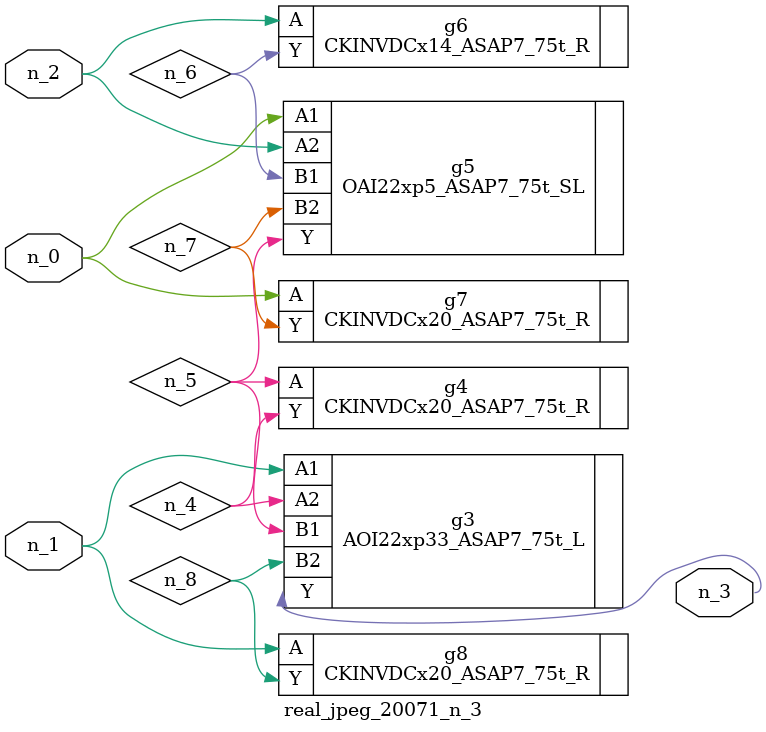
<source format=v>
module real_jpeg_20071_n_3 (n_1, n_0, n_2, n_3);

input n_1;
input n_0;
input n_2;

output n_3;

wire n_5;
wire n_4;
wire n_8;
wire n_6;
wire n_7;

OAI22xp5_ASAP7_75t_SL g5 ( 
.A1(n_0),
.A2(n_2),
.B1(n_6),
.B2(n_7),
.Y(n_5)
);

CKINVDCx20_ASAP7_75t_R g7 ( 
.A(n_0),
.Y(n_7)
);

AOI22xp33_ASAP7_75t_L g3 ( 
.A1(n_1),
.A2(n_4),
.B1(n_5),
.B2(n_8),
.Y(n_3)
);

CKINVDCx20_ASAP7_75t_R g8 ( 
.A(n_1),
.Y(n_8)
);

CKINVDCx14_ASAP7_75t_R g6 ( 
.A(n_2),
.Y(n_6)
);

CKINVDCx20_ASAP7_75t_R g4 ( 
.A(n_5),
.Y(n_4)
);


endmodule
</source>
